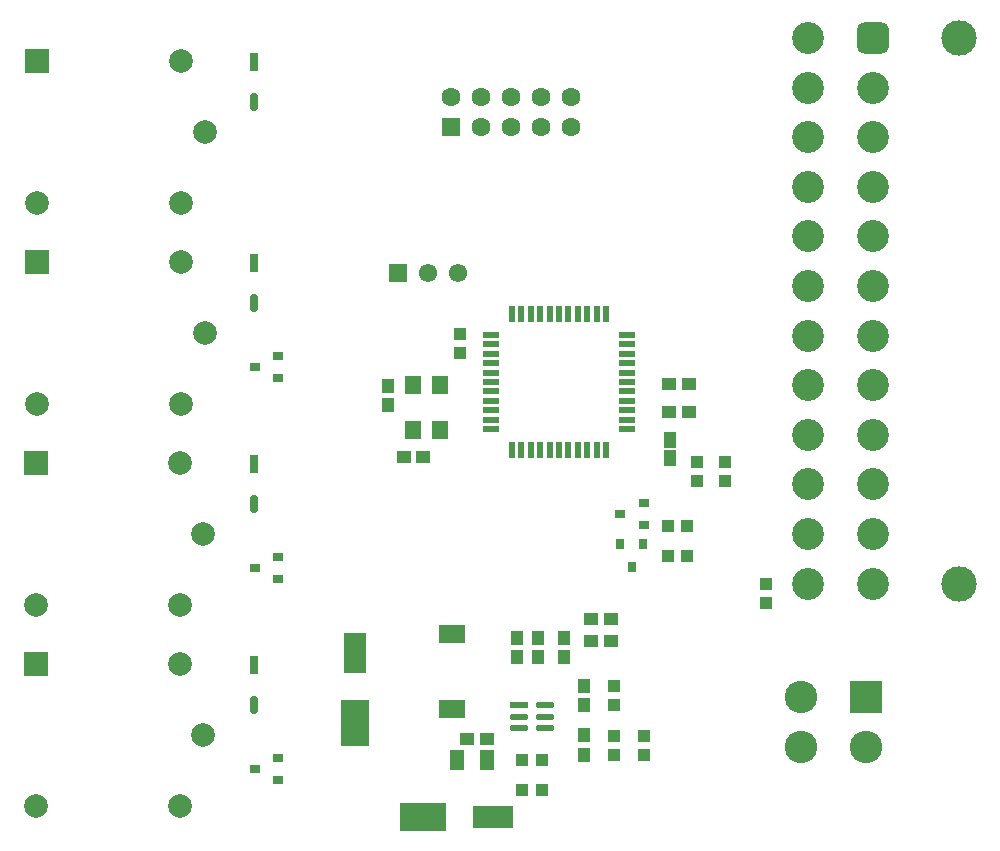
<source format=gbr>
%TF.GenerationSoftware,Altium Limited,Altium Designer,25.3.3 (18)*%
G04 Layer_Color=255*
%FSLAX45Y45*%
%MOMM*%
%TF.SameCoordinates,ACD2DE35-000D-4175-8758-006393140AE5*%
%TF.FilePolarity,Positive*%
%TF.FileFunction,Pads,Top*%
%TF.Part,Single*%
G01*
G75*
%TA.AperFunction,SMDPad,CuDef*%
%ADD10R,3.90000X2.40000*%
%ADD11R,3.35000X1.85000*%
%ADD12R,1.15443X1.70620*%
%ADD13R,1.85000X3.35000*%
%ADD14R,2.40000X3.90000*%
%ADD15R,1.01213X1.15814*%
%ADD16R,1.05822X1.30606*%
%ADD17R,1.15814X1.01213*%
G04:AMPARAMS|DCode=18|XSize=1.55439mm|YSize=0.57213mm|CornerRadius=0.28606mm|HoleSize=0mm|Usage=FLASHONLY|Rotation=0.000|XOffset=0mm|YOffset=0mm|HoleType=Round|Shape=RoundedRectangle|*
%AMROUNDEDRECTD18*
21,1,1.55439,0.00000,0,0,0.0*
21,1,0.98226,0.57213,0,0,0.0*
1,1,0.57213,0.49113,0.00000*
1,1,0.57213,-0.49113,0.00000*
1,1,0.57213,-0.49113,0.00000*
1,1,0.57213,0.49113,0.00000*
%
%ADD18ROUNDEDRECTD18*%
%ADD19R,1.55439X0.57213*%
%ADD20R,0.50800X1.47320*%
%ADD21R,1.47320X0.50800*%
%ADD22R,0.90000X0.80000*%
%ADD23R,1.06213X1.13504*%
%ADD24R,1.13504X1.06213*%
%ADD25R,0.80000X0.90000*%
G04:AMPARAMS|DCode=26|XSize=1.55748mm|YSize=0.74248mm|CornerRadius=0.37124mm|HoleSize=0mm|Usage=FLASHONLY|Rotation=270.000|XOffset=0mm|YOffset=0mm|HoleType=Round|Shape=RoundedRectangle|*
%AMROUNDEDRECTD26*
21,1,1.55748,0.00000,0,0,270.0*
21,1,0.81501,0.74248,0,0,270.0*
1,1,0.74247,0.00000,-0.40750*
1,1,0.74247,0.00000,0.40750*
1,1,0.74247,0.00000,0.40750*
1,1,0.74247,0.00000,-0.40750*
%
%ADD26ROUNDEDRECTD26*%
%ADD27R,0.74248X1.55748*%
%ADD28R,1.40000X1.60000*%
%ADD29R,1.10620X1.35523*%
%ADD30R,2.20000X1.60000*%
%TA.AperFunction,ComponentPad*%
%ADD37C,1.60000*%
%ADD38R,1.60000X1.60000*%
%ADD39C,2.00000*%
%ADD40R,2.00000X2.00000*%
%ADD41C,2.70000*%
G04:AMPARAMS|DCode=42|XSize=2.7mm|YSize=2.7mm|CornerRadius=0.675mm|HoleSize=0mm|Usage=FLASHONLY|Rotation=90.000|XOffset=0mm|YOffset=0mm|HoleType=Round|Shape=RoundedRectangle|*
%AMROUNDEDRECTD42*
21,1,2.70000,1.35000,0,0,90.0*
21,1,1.35000,2.70000,0,0,90.0*
1,1,1.35000,0.67500,0.67500*
1,1,1.35000,0.67500,-0.67500*
1,1,1.35000,-0.67500,-0.67500*
1,1,1.35000,-0.67500,0.67500*
%
%ADD42ROUNDEDRECTD42*%
%ADD43C,3.00000*%
%ADD44R,1.55000X1.55000*%
%ADD45C,1.55000*%
%ADD46R,2.75000X2.75000*%
%ADD47C,2.75000*%
D10*
X12555000Y4120000D02*
D03*
D11*
X13145000D02*
D03*
D12*
X12842410Y4600000D02*
D03*
X13097588D02*
D03*
D13*
X11980000Y5505000D02*
D03*
D14*
Y4915000D02*
D03*
D15*
X13530000Y5632697D02*
D03*
Y5467303D02*
D03*
X13350000Y5632697D02*
D03*
Y5467303D02*
D03*
X13919200Y5060803D02*
D03*
Y5226197D02*
D03*
X12255500Y7766197D02*
D03*
Y7600803D02*
D03*
X13919200Y4641703D02*
D03*
Y4807097D02*
D03*
D16*
X13750000Y5472392D02*
D03*
Y5627608D02*
D03*
D17*
X13977718Y5792212D02*
D03*
X14143115D02*
D03*
X14142699Y5610000D02*
D03*
X13977301D02*
D03*
X14801997Y7543800D02*
D03*
X14636603D02*
D03*
X14801997Y7785100D02*
D03*
X14636603D02*
D03*
X12554097Y7162800D02*
D03*
X12388703D02*
D03*
X13092697Y4780000D02*
D03*
X12927303D02*
D03*
D18*
X13584727Y5060701D02*
D03*
Y4965700D02*
D03*
Y4870699D02*
D03*
X13364671D02*
D03*
Y4965700D02*
D03*
D19*
Y5060701D02*
D03*
D20*
X13863319Y8371840D02*
D03*
X13942059D02*
D03*
X13304520D02*
D03*
X13383260D02*
D03*
X13464540D02*
D03*
X13543280D02*
D03*
X13624561D02*
D03*
X13703300D02*
D03*
X13782040D02*
D03*
X14023340D02*
D03*
X14102080D02*
D03*
Y7223760D02*
D03*
X14023340D02*
D03*
X13942059D02*
D03*
X13863319D02*
D03*
X13782040D02*
D03*
X13703300D02*
D03*
X13624561D02*
D03*
X13543280D02*
D03*
X13464540D02*
D03*
X13383260D02*
D03*
X13304520D02*
D03*
D21*
X13129260Y7399020D02*
D03*
X14277341Y8196580D02*
D03*
Y8117840D02*
D03*
Y8036560D02*
D03*
Y7957820D02*
D03*
Y7876540D02*
D03*
Y7797800D02*
D03*
Y7719060D02*
D03*
Y7637780D02*
D03*
Y7559040D02*
D03*
Y7477760D02*
D03*
Y7399020D02*
D03*
X13129260Y7477760D02*
D03*
Y7559040D02*
D03*
Y7637780D02*
D03*
Y7719060D02*
D03*
Y7797800D02*
D03*
Y7876540D02*
D03*
Y7957820D02*
D03*
Y8036560D02*
D03*
Y8117840D02*
D03*
Y8196580D02*
D03*
D22*
X11326800Y7829799D02*
D03*
Y8019801D02*
D03*
X11126800Y7924800D02*
D03*
Y4521200D02*
D03*
X11326800Y4616201D02*
D03*
Y4426199D02*
D03*
X11126800Y6223000D02*
D03*
X11326800Y6318001D02*
D03*
Y6127999D02*
D03*
X14420000Y6584999D02*
D03*
Y6775001D02*
D03*
X14220000Y6680000D02*
D03*
D23*
X15110001Y6958461D02*
D03*
Y7121539D02*
D03*
X14870000Y6960000D02*
D03*
Y7123079D02*
D03*
X15460001Y5928461D02*
D03*
Y6091539D02*
D03*
X14173199Y4805939D02*
D03*
Y4642861D02*
D03*
Y5061961D02*
D03*
Y5225039D02*
D03*
X12865100Y8209539D02*
D03*
Y8046461D02*
D03*
X14427200Y4805939D02*
D03*
Y4642861D02*
D03*
D24*
X14625061Y6324600D02*
D03*
X14788139D02*
D03*
X14625061Y6578600D02*
D03*
X14788139D02*
D03*
X13393161Y4597400D02*
D03*
X13556239D02*
D03*
Y4343400D02*
D03*
X13393161D02*
D03*
D25*
X14320000Y6230000D02*
D03*
X14225000Y6430000D02*
D03*
X14414999D02*
D03*
D26*
X11125200Y5062362D02*
D03*
Y6764162D02*
D03*
Y8465962D02*
D03*
Y10167762D02*
D03*
D27*
Y5402438D02*
D03*
Y7104238D02*
D03*
Y8806038D02*
D03*
Y10507838D02*
D03*
D28*
X12470699Y7391898D02*
D03*
Y7771902D02*
D03*
X12700701D02*
D03*
Y7391898D02*
D03*
D29*
X14643100Y7311146D02*
D03*
Y7156054D02*
D03*
D30*
X12801601Y5666699D02*
D03*
Y5026701D02*
D03*
D37*
X13808000Y9960000D02*
D03*
X13553999D02*
D03*
X13300000D02*
D03*
X13046001D02*
D03*
X13808000Y10214000D02*
D03*
X13553999D02*
D03*
X13300000D02*
D03*
X13046001D02*
D03*
X12792000D02*
D03*
D38*
Y9960000D02*
D03*
D39*
X10693298Y6515100D02*
D03*
X10493299Y7115099D02*
D03*
Y5915101D02*
D03*
X9273301D02*
D03*
X10505999Y10518699D02*
D03*
Y9318701D02*
D03*
X9286001D02*
D03*
X10705998Y9918700D02*
D03*
X9273301Y4213301D02*
D03*
X10493299D02*
D03*
Y5413299D02*
D03*
X10693298Y4813300D02*
D03*
X9286001Y7616901D02*
D03*
X10505999D02*
D03*
Y8816899D02*
D03*
X10705998Y8216900D02*
D03*
D40*
X9273301Y7115099D02*
D03*
X9286001Y10518699D02*
D03*
X9273301Y5413299D02*
D03*
X9286001Y8816899D02*
D03*
D41*
X16361501Y6091499D02*
D03*
X15811501D02*
D03*
Y6511498D02*
D03*
Y6931503D02*
D03*
Y7351502D02*
D03*
Y7771501D02*
D03*
Y8191500D02*
D03*
Y8611499D02*
D03*
Y9031498D02*
D03*
Y9451503D02*
D03*
Y9871502D02*
D03*
Y10291501D02*
D03*
Y10711500D02*
D03*
X16361501Y6511498D02*
D03*
Y7351502D02*
D03*
Y9031498D02*
D03*
Y10291501D02*
D03*
Y9871502D02*
D03*
Y9451503D02*
D03*
Y8611499D02*
D03*
Y8191500D02*
D03*
Y7771501D02*
D03*
Y6931503D02*
D03*
D42*
Y10711500D02*
D03*
D43*
X17091502D02*
D03*
Y6091499D02*
D03*
D44*
X12344400Y8724900D02*
D03*
D45*
X12598400D02*
D03*
X12852400D02*
D03*
D46*
X16306799Y5131699D02*
D03*
D47*
X15756799D02*
D03*
X16306799Y4711700D02*
D03*
X15756799D02*
D03*
%TF.MD5,5d839ae497571eef0ec86e5ba63aa3b1*%
M02*

</source>
